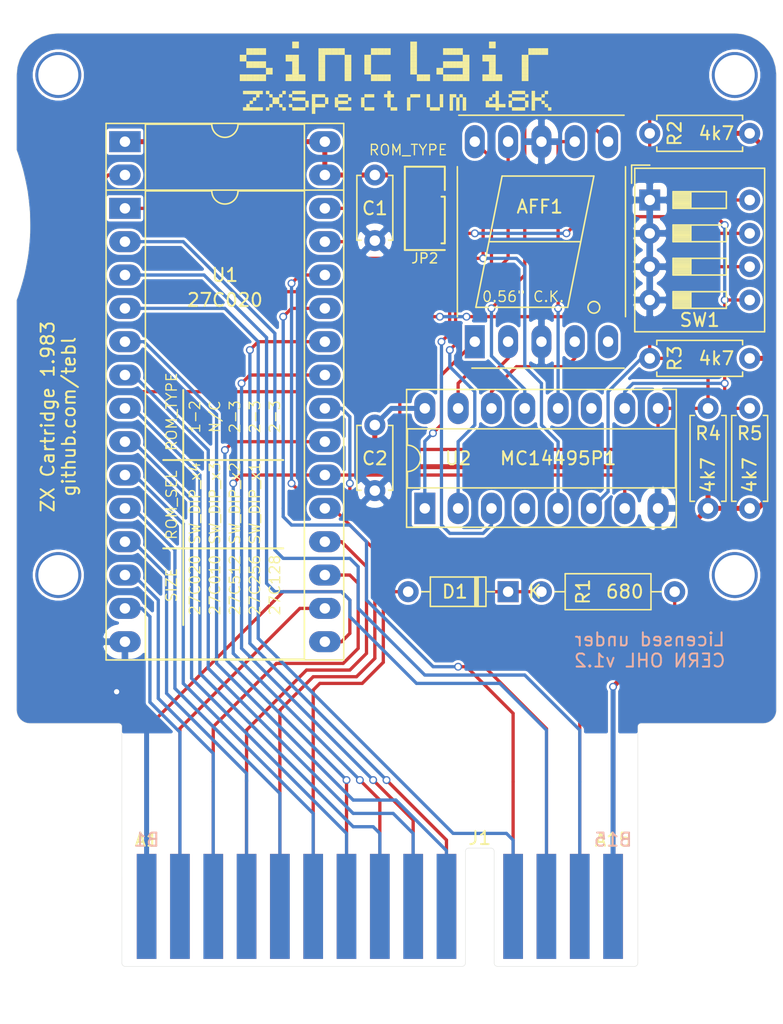
<source format=kicad_pcb>
(kicad_pcb (version 20171130) (host pcbnew "(5.1.8)-1")
  (layers (0 F.Cu signal) (31 B.Cu signal) (34 B.Paste user) (35 F.Paste user) (36 B.SilkS user) (37 F.SilkS user) (38 B.Mask user) (39 F.Mask user) (44 Edge.Cuts user))
  (net 0 "")
  (net 1 /A12)
  (net 2 /A7)
  (net 3 /A6)
  (net 4 /A5)
  (net 5 /A4)
  (net 6 /A3)
  (net 7 /A10)
  (net 8 /A2)
  (net 9 /A1)
  (net 10 /A11)
  (net 11 /A0)
  (net 12 /A9)
  (net 13 /A8)
  (net 14 GND)
  (net 15 VCC)
  (net 16 /D7)
  (net 17 /D6)
  (net 18 /D5)
  (net 19 /D4)
  (net 20 /D3)
  (net 21 /D2)
  (net 22 /D1)
  (net 23 /D0)
  (net 24 /A13)
  (net 25 /~MREQ)
  (net 26 /BA17)
  (net 27 "Net-(AFF1-Pad10)")
  (net 28 "Net-(AFF1-Pad9)")
  (net 29 "Net-(AFF1-Pad7)")
  (net 30 "Net-(AFF1-Pad6)")
  (net 31 "Net-(AFF1-Pad4)")
  (net 32 "Net-(AFF1-Pad2)")
  (net 33 "Net-(AFF1-Pad1)")
  (net 34 /~ROM_OE)
  (net 35 /A14)
  (net 36 /A15)
  (net 37 "Net-(JP2-Pad1)")
  (net 38 /BA14)
  (net 39 /BA15)
  (net 40 /BA16)
  (module 27c020:DIP-32_W15.24mm_Socket_LongPads (layer F.Cu) (at 128.524 67.31)
    (fp_text reference U1 (at 7.62 10.16) (layer F.SilkS))
    (fp_text value 27C020 (at 7.62 12.065) (layer F.SilkS))
    (pad 1 thru_hole rect (at 0 0) (size 2.4 1.6) (drill 0.8) (layers *.Cu *.Mask) (net 15 VCC))
    (pad 17 thru_hole oval (at 15.24 38.1) (size 2.4 1.6) (drill 0.8) (layers *.Cu *.Mask) (net 20 /D3))
    (pad 2 thru_hole oval (at 0 2.54) (size 2.4 1.6) (drill 0.8) (layers *.Cu *.Mask) (net 40 /BA16))
    (pad 18 thru_hole oval (at 15.24 35.56) (size 2.4 1.6) (drill 0.8) (layers *.Cu *.Mask) (net 19 /D4))
    (pad 3 thru_hole rect (at 0 5.08) (size 2.4 1.6) (drill 0.8) (layers *.Cu *.Mask) (net 39 /BA15))
    (pad 19 thru_hole oval (at 15.24 33.02) (size 2.4 1.6) (drill 0.8) (layers *.Cu *.Mask) (net 18 /D5))
    (pad 4 thru_hole oval (at 0 7.62) (size 2.4 1.6) (drill 0.8) (layers *.Cu *.Mask) (net 1 /A12))
    (pad 20 thru_hole oval (at 15.24 30.48) (size 2.4 1.6) (drill 0.8) (layers *.Cu *.Mask) (net 17 /D6))
    (pad 5 thru_hole oval (at 0 10.16) (size 2.4 1.6) (drill 0.8) (layers *.Cu *.Mask) (net 2 /A7))
    (pad 21 thru_hole oval (at 15.24 27.94) (size 2.4 1.6) (drill 0.8) (layers *.Cu *.Mask) (net 16 /D7))
    (pad 6 thru_hole oval (at 0 12.7) (size 2.4 1.6) (drill 0.8) (layers *.Cu *.Mask) (net 3 /A6))
    (pad 22 thru_hole oval (at 15.24 25.4) (size 2.4 1.6) (drill 0.8) (layers *.Cu *.Mask) (net 25 /~MREQ))
    (pad 7 thru_hole oval (at 0 15.24) (size 2.4 1.6) (drill 0.8) (layers *.Cu *.Mask) (net 4 /A5))
    (pad 23 thru_hole oval (at 15.24 22.86) (size 2.4 1.6) (drill 0.8) (layers *.Cu *.Mask) (net 7 /A10))
    (pad 8 thru_hole oval (at 0 17.78) (size 2.4 1.6) (drill 0.8) (layers *.Cu *.Mask) (net 5 /A4))
    (pad 24 thru_hole oval (at 15.24 20.32) (size 2.4 1.6) (drill 0.8) (layers *.Cu *.Mask) (net 34 /~ROM_OE))
    (pad 9 thru_hole oval (at 0 20.32) (size 2.4 1.6) (drill 0.8) (layers *.Cu *.Mask) (net 6 /A3))
    (pad 25 thru_hole oval (at 15.24 17.78) (size 2.4 1.6) (drill 0.8) (layers *.Cu *.Mask) (net 10 /A11))
    (pad 10 thru_hole oval (at 0 22.86) (size 2.4 1.6) (drill 0.8) (layers *.Cu *.Mask) (net 8 /A2))
    (pad 26 thru_hole oval (at 15.24 15.24) (size 2.4 1.6) (drill 0.8) (layers *.Cu *.Mask) (net 12 /A9))
    (pad 11 thru_hole oval (at 0 25.4) (size 2.4 1.6) (drill 0.8) (layers *.Cu *.Mask) (net 9 /A1))
    (pad 27 thru_hole oval (at 15.24 12.7) (size 2.4 1.6) (drill 0.8) (layers *.Cu *.Mask) (net 13 /A8))
    (pad 12 thru_hole oval (at 0 27.94) (size 2.4 1.6) (drill 0.8) (layers *.Cu *.Mask) (net 11 /A0))
    (pad 28 thru_hole oval (at 15.24 10.16) (size 2.4 1.6) (drill 0.8) (layers *.Cu *.Mask) (net 24 /A13))
    (pad 13 thru_hole oval (at 0 30.48) (size 2.4 1.6) (drill 0.8) (layers *.Cu *.Mask) (net 23 /D0))
    (pad 29 thru_hole oval (at 15.24 7.62) (size 2.4 1.6) (drill 0.8) (layers *.Cu *.Mask) (net 38 /BA14))
    (pad 14 thru_hole oval (at 0 33.02) (size 2.4 1.6) (drill 0.8) (layers *.Cu *.Mask) (net 22 /D1))
    (pad 30 thru_hole oval (at 15.24 5.08) (size 2.4 1.6) (drill 0.8) (layers *.Cu *.Mask) (net 26 /BA17))
    (pad 15 thru_hole oval (at 0 35.56) (size 2.4 1.6) (drill 0.8) (layers *.Cu *.Mask) (net 21 /D2))
    (pad 31 thru_hole oval (at 15.24 2.54) (size 2.4 1.6) (drill 0.8) (layers *.Cu *.Mask) (net 15 VCC))
    (pad 16 thru_hole oval (at 0 38.1) (size 2.4 1.6) (drill 0.8) (layers *.Cu *.Mask) (net 14 GND))
    (pad 32 thru_hole oval (at 15.24 0) (size 2.4 1.6) (drill 0.8) (layers *.Cu *.Mask) (net 15 VCC))
  )
  (module Capacitor_THT:C_Disc_D4.7mm_W2.5mm_P5.00mm (layer F.Cu) (at 147.574 88.9 270)
    (fp_text reference C2 (at 2.54 0 180) (layer F.SilkS))
    (fp_text value 100nF)
    (pad 1 thru_hole circle (at 0 0 270) (size 1.6 1.6) (drill 0.8) (layers *.Cu *.Mask) (net 15 VCC))
    (pad 2 thru_hole circle (at 5 0 270) (size 1.6 1.6) (drill 0.8) (layers *.Cu *.Mask) (net 14 GND))
  )
  (module Package_DIP:DIP-16_W7.62mm_Socket_LongPads (layer F.Cu) (at 151.384 95.25 90)
    (fp_text reference U2 (at 3.81 2.54 180) (layer F.SilkS))
    (fp_text value MC14495P1 (at 3.81 10.16 180) (layer F.SilkS))
    (pad 1 thru_hole rect (at 0 0 90) (size 2.4 1.6) (drill 0.8) (layers *.Cu *.Mask) (net 33 "Net-(AFF1-Pad1)"))
    (pad 9 thru_hole oval (at 7.62 17.78 90) (size 2.4 1.6) (drill 0.8) (layers *.Cu *.Mask) (net 40 /BA16))
    (pad 2 thru_hole oval (at 0 2.54 90) (size 2.4 1.6) (drill 0.8) (layers *.Cu *.Mask) (net 28 "Net-(AFF1-Pad9)"))
    (pad 10 thru_hole oval (at 7.62 15.24 90) (size 2.4 1.6) (drill 0.8) (layers *.Cu *.Mask) (net 37 "Net-(JP2-Pad1)"))
    (pad 3 thru_hole oval (at 0 5.08 90) (size 2.4 1.6) (drill 0.8) (layers *.Cu *.Mask) (net 27 "Net-(AFF1-Pad10)"))
    (pad 11 thru_hole oval (at 7.62 12.7 90) (size 2.4 1.6) (drill 0.8) (layers *.Cu *.Mask))
    (pad 4 thru_hole oval (at 0 7.62 90) (size 2.4 1.6) (drill 0.8) (layers *.Cu *.Mask))
    (pad 12 thru_hole oval (at 7.62 10.16 90) (size 2.4 1.6) (drill 0.8) (layers *.Cu *.Mask) (net 29 "Net-(AFF1-Pad7)"))
    (pad 5 thru_hole oval (at 0 10.16 90) (size 2.4 1.6) (drill 0.8) (layers *.Cu *.Mask) (net 38 /BA14))
    (pad 13 thru_hole oval (at 7.62 7.62 90) (size 2.4 1.6) (drill 0.8) (layers *.Cu *.Mask) (net 30 "Net-(AFF1-Pad6)"))
    (pad 6 thru_hole oval (at 0 12.7 90) (size 2.4 1.6) (drill 0.8) (layers *.Cu *.Mask) (net 39 /BA15))
    (pad 14 thru_hole oval (at 7.62 5.08 90) (size 2.4 1.6) (drill 0.8) (layers *.Cu *.Mask) (net 31 "Net-(AFF1-Pad4)"))
    (pad 7 thru_hole oval (at 0 15.24 90) (size 2.4 1.6) (drill 0.8) (layers *.Cu *.Mask) (net 25 /~MREQ))
    (pad 15 thru_hole oval (at 7.62 2.54 90) (size 2.4 1.6) (drill 0.8) (layers *.Cu *.Mask) (net 32 "Net-(AFF1-Pad2)"))
    (pad 8 thru_hole oval (at 0 17.78 90) (size 2.4 1.6) (drill 0.8) (layers *.Cu *.Mask) (net 14 GND))
    (pad 16 thru_hole oval (at 7.62 0 90) (size 2.4 1.6) (drill 0.8) (layers *.Cu *.Mask) (net 15 VCC))
  )
  (module artwork:sinclair_title (layer F.Cu) (at 136.779 59.69)
    (fp_text reference sinclair_title hide)
    (fp_text value "" (at 0 0) (layer F.SilkS) (effects (font (size 1.27 1.27))))
  )
  (module Capacitor_THT:C_Disc_D4.7mm_W2.5mm_P5.00mm (layer F.Cu) (at 147.574 69.85 270)
    (fp_text reference C1 (at 2.54 0 180) (layer F.SilkS))
    (fp_text value 100nF)
    (pad 1 thru_hole circle (at 0 0 270) (size 1.6 1.6) (drill 0.8) (layers *.Cu *.Mask) (net 15 VCC))
    (pad 2 thru_hole circle (at 5 0 270) (size 1.6 1.6) (drill 0.8) (layers *.Cu *.Mask) (net 14 GND))
  )
  (module mounting:M3_pin (layer F.Cu) (at 123.444 100.33)
    (fp_text reference M1 hide)
    (fp_text value Mounting hide)
    (pad 1 thru_hole circle (at 0 0) (size 3.5 3.5) (drill 3.048) (layers *.Cu *.Mask))
  )
  (module mounting:M3_pin (layer F.Cu) (at 175.011 100.33)
    (fp_text reference M2 hide)
    (fp_text value Mounting hide)
    (pad 1 thru_hole circle (at 0 0) (size 3.5 3.5) (drill 3.048) (layers *.Cu *.Mask))
  )
  (module mounting:M3_pin (layer F.Cu) (at 175.011 62.23)
    (fp_text reference M3 hide)
    (fp_text value Mounting hide)
    (pad 1 thru_hole circle (at 0 0) (size 3.5 3.5) (drill 3.048) (layers *.Cu *.Mask))
  )
  (module mounting:M3_pin (layer F.Cu) (at 123.444 62.23)
    (fp_text reference M4 hide)
    (fp_text value Mounting hide)
    (pad 1 thru_hole circle (at 0 0) (size 3.5 3.5) (drill 3.048) (layers *.Cu *.Mask))
  )
  (module solder_bridge:select (layer F.Cu) (at 151.384 74.295 180)
    (fp_text reference JP2 hide)
    (fp_text value ROM_TYPE (at 1.27 6.35 180) (layer F.SilkS) (effects (font (size 0.8 0.8) (thickness 0.1))))
    (fp_text user %R (at 0 -1.905) (layer F.SilkS) (effects (font (size 0.76 0.76) (thickness 0.114))))
    (pad 3 smd oval (at 0 3.81 180) (size 2 1.5) (layers F.Cu F.Paste F.Mask) (net 15 VCC))
    (pad 2 smd oval (at 0 1.905 180) (size 2 1.5) (layers F.Cu F.Paste F.Mask) (net 26 /BA17))
    (pad 1 smd rect (at 0 0 180) (size 2 1.5) (layers F.Cu F.Paste F.Mask) (net 37 "Net-(JP2-Pad1)"))
  )
  (module zx_spectrum:ZX_Spectrum_Cartridge_Original (layer F.Cu) (at 158.115 125.578)
    (fp_text reference J1 (at -2.54 -5.207) (layer F.SilkS))
    (fp_text value Cartridge hide)
    (fp_text user A15 (at 7.62 -5.08) (layer F.SilkS))
    (fp_text user A1 (at -27.94 -5.08) (layer F.SilkS))
    (fp_text user B1 (at -27.94 -5.08) (layer B.SilkS) (effects (justify mirror)))
    (fp_text user B15 (at 7.62 -5.08) (layer B.SilkS) (effects (justify mirror)))
    (pad B1 connect rect (at -27.94 0) (size 1.5 8) (layers B.Cu B.Mask) (net 14 GND))
    (pad A1 connect rect (at -27.94 0) (size 1.5 8) (layers F.Cu B.Mask) (net 20 /D3))
    (pad A2 connect rect (at -25.4 0) (size 1.5 8) (layers F.Cu B.Mask) (net 19 /D4))
    (pad A3 connect rect (at -22.86 0) (size 1.5 8) (layers F.Cu B.Mask) (net 18 /D5))
    (pad A4 connect rect (at -20.32 0) (size 1.5 8) (layers F.Cu B.Mask) (net 17 /D6))
    (pad A5 connect rect (at -17.78 0) (size 1.5 8) (layers F.Cu B.Mask) (net 16 /D7))
    (pad A6 connect rect (at -15.24 0) (size 1.5 8) (layers F.Cu B.Mask) (net 35 /A14))
    (pad A7 connect rect (at -12.7 0) (size 1.5 8) (layers F.Cu B.Mask) (net 7 /A10))
    (pad A8 connect rect (at -10.16 0) (size 1.5 8) (layers F.Cu B.Mask) (net 25 /~MREQ))
    (pad A9 connect rect (at -7.62 0) (size 1.5 8) (layers F.Cu B.Mask) (net 10 /A11))
    (pad A10 connect rect (at -5.08 0) (size 1.5 8) (layers F.Cu B.Mask) (net 12 /A9))
    (pad A12 connect rect (at 0 0) (size 1.5 8) (layers F.Cu B.Mask) (net 13 /A8))
    (pad A13 connect rect (at 2.54 0) (size 1.5 8) (layers F.Cu B.Mask) (net 24 /A13))
    (pad A14 connect rect (at 5.08 0) (size 1.5 8) (layers F.Cu B.Mask) (net 36 /A15))
    (pad A15 connect rect (at 7.62 0) (size 1.5 8) (layers F.Cu B.Mask) (net 15 VCC))
    (pad B2 connect rect (at -25.4 0) (size 1.5 8) (layers B.Cu B.Mask) (net 21 /D2))
    (pad B3 connect rect (at -22.86 0) (size 1.5 8) (layers B.Cu B.Mask) (net 22 /D1))
    (pad B4 connect rect (at -20.32 0) (size 1.5 8) (layers B.Cu B.Mask) (net 23 /D0))
    (pad B5 connect rect (at -17.78 0) (size 1.5 8) (layers B.Cu B.Mask) (net 11 /A0))
    (pad B6 connect rect (at -15.24 0) (size 1.5 8) (layers B.Cu B.Mask) (net 9 /A1))
    (pad B7 connect rect (at -12.7 0) (size 1.5 8) (layers B.Cu B.Mask) (net 8 /A2))
    (pad B8 connect rect (at -10.16 0) (size 1.5 8) (layers B.Cu B.Mask) (net 6 /A3))
    (pad B9 connect rect (at -7.62 0) (size 1.5 8) (layers B.Cu B.Mask) (net 5 /A4))
    (pad B10 connect rect (at -5.08 0) (size 1.5 8) (layers B.Cu B.Mask) (net 4 /A5))
    (pad B12 connect rect (at 0 0) (size 1.5 8) (layers B.Cu B.Mask) (net 3 /A6))
    (pad B13 connect rect (at 2.54 0) (size 1.5 8) (layers B.Cu B.Mask) (net 2 /A7))
    (pad B14 connect rect (at 5.08 0) (size 1.5 8) (layers B.Cu B.Mask) (net 1 /A12))
    (pad B15 connect rect (at 7.62 0) (size 1.5 8) (layers B.Cu B.Mask) (net 15 VCC))
  )
  (module Display_7Segment:7SegmentLED_LTS6760_LTS6780 (layer F.Cu) (at 155.194 82.55 90)
    (fp_text reference AFF1 (at 10.287 4.953 180) (layer F.SilkS))
    (fp_text value "0.56\" C.K." (at 3.429 3.683 180) (layer F.SilkS) (effects (font (size 0.8 0.8) (thickness 0.1))))
    (pad 10 thru_hole oval (at 15.24 0) (size 1.524 2.524) (drill 0.8) (layers *.Cu *.Mask) (net 27 "Net-(AFF1-Pad10)"))
    (pad 9 thru_hole oval (at 15.24 2.54) (size 1.524 2.524) (drill 0.8) (layers *.Cu *.Mask) (net 28 "Net-(AFF1-Pad9)"))
    (pad 8 thru_hole oval (at 15.24 5.08) (size 1.524 2.524) (drill 0.8) (layers *.Cu *.Mask) (net 14 GND))
    (pad 7 thru_hole oval (at 15.24 7.62) (size 1.524 2.524) (drill 0.8) (layers *.Cu *.Mask) (net 29 "Net-(AFF1-Pad7)"))
    (pad 6 thru_hole oval (at 15.24 10.16) (size 1.524 2.524) (drill 0.8) (layers *.Cu *.Mask) (net 30 "Net-(AFF1-Pad6)"))
    (pad 5 thru_hole oval (at 0 10.16) (size 1.524 2.524) (drill 0.8) (layers *.Cu *.Mask))
    (pad 4 thru_hole oval (at 0 7.62) (size 1.524 2.524) (drill 0.8) (layers *.Cu *.Mask) (net 31 "Net-(AFF1-Pad4)"))
    (pad 3 thru_hole oval (at 0 5.08) (size 1.524 2.524) (drill 0.8) (layers *.Cu *.Mask) (net 14 GND))
    (pad 2 thru_hole oval (at 0 2.54) (size 1.524 2.524) (drill 0.8) (layers *.Cu *.Mask) (net 32 "Net-(AFF1-Pad2)"))
    (pad 1 thru_hole rect (at 0 0) (size 1.524 2.524) (drill 0.8) (layers *.Cu *.Mask) (net 33 "Net-(AFF1-Pad1)"))
  )
  (module Diode_THT:D_DO-35_SOD27_P7.62mm_Horizontal (layer F.Cu) (at 157.734 101.6 180)
    (fp_text reference D1 (at 4.064 0) (layer F.SilkS))
    (fp_text value 1N4148)
    (fp_text user K (at -2.032 0) (layer F.SilkS))
    (pad 1 thru_hole rect (at 0 0 180) (size 1.6 1.6) (drill 0.8) (layers *.Cu *.Mask) (net 34 /~ROM_OE))
    (pad 2 thru_hole oval (at 7.62 0 180) (size 1.6 1.6) (drill 0.8) (layers *.Cu *.Mask) (net 35 /A14))
  )
  (module Resistor_THT:R_Axial_DIN0207_L6.3mm_D2.5mm_P10.16mm_Horizontal (layer F.Cu) (at 170.434 101.6 180)
    (fp_text reference R1 (at 6.985 0 90) (layer F.SilkS))
    (fp_text value 680 (at 3.81 0) (layer F.SilkS))
    (pad 1 thru_hole circle (at 0 0 180) (size 1.6 1.6) (drill 0.8) (layers *.Cu *.Mask) (net 36 /A15))
    (pad 2 thru_hole oval (at 10.16 0 180) (size 1.6 1.6) (drill 0.8) (layers *.Cu *.Mask) (net 34 /~ROM_OE))
  )
  (module Button_Switch_THT:SW_DIP_SPSTx04_Slide_9.78x12.34mm_W7.62mm_P2.54mm (layer F.Cu) (at 168.529 71.755)
    (fp_text reference SW1 (at 3.81 9.144) (layer F.SilkS))
    (fp_text value ROM_SEL)
    (pad 1 thru_hole rect (at 0 0) (size 1.6 1.6) (drill 0.8) (layers *.Cu *.Mask) (net 14 GND))
    (pad 5 thru_hole oval (at 7.62 7.62) (size 1.6 1.6) (drill 0.8) (layers *.Cu *.Mask) (net 37 "Net-(JP2-Pad1)"))
    (pad 2 thru_hole oval (at 0 2.54) (size 1.6 1.6) (drill 0.8) (layers *.Cu *.Mask) (net 14 GND))
    (pad 6 thru_hole oval (at 7.62 5.08) (size 1.6 1.6) (drill 0.8) (layers *.Cu *.Mask) (net 40 /BA16))
    (pad 3 thru_hole oval (at 0 5.08) (size 1.6 1.6) (drill 0.8) (layers *.Cu *.Mask) (net 14 GND))
    (pad 7 thru_hole oval (at 7.62 2.54) (size 1.6 1.6) (drill 0.8) (layers *.Cu *.Mask) (net 39 /BA15))
    (pad 4 thru_hole oval (at 0 7.62) (size 1.6 1.6) (drill 0.8) (layers *.Cu *.Mask) (net 14 GND))
    (pad 8 thru_hole oval (at 7.62 0) (size 1.6 1.6) (drill 0.8) (layers *.Cu *.Mask) (net 38 /BA14))
  )
  (module Resistor_THT:R_Axial_DIN0207_L6.3mm_D2.5mm_P7.62mm_Horizontal (layer F.Cu) (at 172.974 95.25 90)
    (fp_text reference R4 (at 5.715 0) (layer F.SilkS))
    (fp_text value 4k7 (at 2.54 0 90) (layer F.SilkS))
    (pad 1 thru_hole circle (at 0 0 90) (size 1.6 1.6) (drill 0.8) (layers *.Cu *.Mask) (net 15 VCC))
    (pad 2 thru_hole oval (at 7.62 0 90) (size 1.6 1.6) (drill 0.8) (layers *.Cu *.Mask) (net 40 /BA16))
  )
  (module Resistor_THT:R_Axial_DIN0207_L6.3mm_D2.5mm_P7.62mm_Horizontal (layer F.Cu) (at 176.149 66.675 180)
    (fp_text reference R2 (at 5.715 0 270) (layer F.SilkS))
    (fp_text value 4k7 (at 2.54 0) (layer F.SilkS))
    (pad 1 thru_hole circle (at 0 0 180) (size 1.6 1.6) (drill 0.8) (layers *.Cu *.Mask) (net 15 VCC))
    (pad 2 thru_hole oval (at 7.62 0 180) (size 1.6 1.6) (drill 0.8) (layers *.Cu *.Mask) (net 38 /BA14))
  )
  (module Resistor_THT:R_Axial_DIN0207_L6.3mm_D2.5mm_P7.62mm_Horizontal (layer F.Cu) (at 176.149 83.82 180)
    (fp_text reference R3 (at 5.715 0 270) (layer F.SilkS))
    (fp_text value 4k7 (at 2.54 0) (layer F.SilkS))
    (pad 2 thru_hole oval (at 7.62 0 180) (size 1.6 1.6) (drill 0.8) (layers *.Cu *.Mask) (net 39 /BA15))
    (pad 1 thru_hole circle (at 0 0 180) (size 1.6 1.6) (drill 0.8) (layers *.Cu *.Mask) (net 15 VCC))
  )
  (module Resistor_THT:R_Axial_DIN0207_L6.3mm_D2.5mm_P7.62mm_Horizontal (layer F.Cu) (at 176.149 95.25 90)
    (fp_text reference R5 (at 5.715 0) (layer F.SilkS))
    (fp_text value 4k7 (at 2.54 0 90) (layer F.SilkS))
    (pad 1 thru_hole circle (at 0 0 90) (size 1.6 1.6) (drill 0.8) (layers *.Cu *.Mask) (net 15 VCC))
    (pad 2 thru_hole oval (at 7.62 0 90) (size 1.6 1.6) (drill 0.8) (layers *.Cu *.Mask) (net 37 "Net-(JP2-Pad1)"))
  )
  (gr_line (start 128.035 111.633) (end 121.285 111.633) (layer Edge.Cuts) (width 0.0254))
  (gr_arc (start 121.285 110.617) (end 121.285 111.633) (angle 90) (layer Edge.Cuts) (width 0.0254))
  (gr_arc (start 128.035 111.887) (end 128.289 111.887) (angle -90) (layer Edge.Cuts) (width 0.0254))
  (gr_arc (start 128.54432 129.896) (end 128.29032 129.896) (angle -90) (layer Edge.Cuts) (width 0.0254))
  (gr_line (start 128.289 111.887) (end 128.29032 129.896) (layer Edge.Cuts) (width 0.0254))
  (gr_text 2-3 (at 139.954 88.265 90) (layer F.SilkS) (effects (font (size 0.8 0.8) (thickness 0.1))))
  (gr_text 2-3 (at 136.906 88.265 90) (layer F.SilkS) (effects (font (size 0.8 0.8) (thickness 0.1))))
  (gr_text 2-3 (at 138.43 88.265 90) (layer F.SilkS) (effects (font (size 0.8 0.8) (thickness 0.1))))
  (gr_text 1-2 (at 133.858 88.265 90) (layer F.SilkS) (effects (font (size 0.8 0.8) (thickness 0.1))))
  (gr_text SW_DIP_x1 (at 138.43 94.869 90) (layer F.SilkS) (effects (font (size 0.8 0.8) (thickness 0.1))))
  (gr_text SW_DIP_x2 (at 136.906 94.869 90) (layer F.SilkS) (effects (font (size 0.8 0.8) (thickness 0.1))))
  (gr_text SW_DIP_x3 (at 135.382 94.869 90) (layer F.SilkS) (effects (font (size 0.8 0.8) (thickness 0.1))))
  (gr_text 27C020 (at 133.858 101.092 90) (layer F.SilkS) (effects (font (size 0.8 0.8) (thickness 0.1))))
  (gr_line (start 140.589 98.298) (end 131.445 98.298) (layer F.SilkS) (width 0.15))
  (gr_line (start 140.589 91.567) (end 131.445 91.567) (layer F.SilkS) (width 0.15))
  (gr_line (start 132.969 104.14) (end 132.969 86.233) (layer F.SilkS) (width 0.15))
  (gr_text SW_DIP_x4 (at 133.858 94.869 90) (layer F.SilkS) (effects (font (size 0.8 0.8) (thickness 0.1))))
  (gr_text ROM_SEL (at 132.08 94.996 90) (layer F.SilkS) (effects (font (size 0.8 0.8) (thickness 0.1))))
  (gr_text 27C010 (at 135.382 101.092 90) (layer F.SilkS) (effects (font (size 0.8 0.8) (thickness 0.1))))
  (gr_arc (start 177.165 110.617) (end 178.181 110.617) (angle 90) (layer Edge.Cuts) (width 0.0254))
  (gr_text "Licensed under\nCERN OHL v1.2" (at 168.529 106.045) (layer B.SilkS) (effects (font (size 1 1)) (justify mirror)))
  (gr_text "ZX Cartridge 1.983\ngithub.com/tebl" (at 123.444 88.265 90) (layer F.SilkS) (effects (font (size 1 1))))
  (gr_line (start 120.269 67.945) (end 120.269 62.23) (layer Edge.Cuts) (width 0.0254))
  (gr_arc (start 105.029001 73.66) (end 120.269 79.374999) (angle -41.11209044) (layer Edge.Cuts) (width 0.0254))
  (gr_text SIZE (at 132.08 101.092 90) (layer F.SilkS) (effects (font (size 0.8 0.8) (thickness 0.1))))
  (gr_text 27C128 (at 139.954 101.092 90) (layer F.SilkS) (effects (font (size 0.8 0.8) (thickness 0.1))))
  (gr_text 27C256 (at 138.43 101.092 90) (layer F.SilkS) (effects (font (size 0.8 0.8) (thickness 0.1))))
  (gr_text 27C512 (at 136.906 101.092 90) (layer F.SilkS) (effects (font (size 0.8 0.8) (thickness 0.1))))
  (gr_text N/C (at 135.382 88.265 90) (layer F.SilkS) (effects (font (size 0.8 0.8) (thickness 0.1))))
  (gr_text ROM_TYPE (at 132.08 87.884 90) (layer F.SilkS) (effects (font (size 0.8 0.8) (thickness 0.1))))
  (gr_line (start 123.444 59.055) (end 175.006 59.055) (layer Edge.Cuts) (width 0.0254))
  (gr_arc (start 175.006 62.23) (end 178.181 62.23) (angle -90) (layer Edge.Cuts) (width 0.0254))
  (gr_arc (start 123.444 62.23) (end 123.444 59.055) (angle -90) (layer Edge.Cuts) (width 0.0254))
  (gr_line (start 156.926 130.15) (end 167.367 130.15) (layer Edge.Cuts) (width 0.0254))
  (gr_line (start 167.621 129.896) (end 167.621 111.887) (layer Edge.Cuts) (width 0.0254))
  (gr_arc (start 167.875 111.887) (end 167.875 111.633) (angle -90) (layer Edge.Cuts) (width 0.0254))
  (gr_arc (start 167.367 129.896) (end 167.367 130.15) (angle -90) (layer Edge.Cuts) (width 0.0254))
  (gr_line (start 167.875 111.633) (end 177.165 111.633) (layer Edge.Cuts) (width 0.0254))
  (gr_line (start 154.224 130.15) (end 128.54432 130.15) (layer Edge.Cuts) (width 0.0254))
  (gr_line (start 156.672 121.387) (end 156.672 129.896) (layer Edge.Cuts) (width 0.0254))
  (gr_line (start 154.732 121.133) (end 156.418 121.133) (layer Edge.Cuts) (width 0.0254))
  (gr_line (start 154.478 129.896) (end 154.478 121.387) (layer Edge.Cuts) (width 0.0254))
  (gr_arc (start 154.224 129.896) (end 154.224 130.15) (angle -90) (layer Edge.Cuts) (width 0.0254))
  (gr_arc (start 154.732 121.387) (end 154.732 121.133) (angle -90) (layer Edge.Cuts) (width 0.0254))
  (gr_arc (start 156.418 121.387) (end 156.672 121.387) (angle -90) (layer Edge.Cuts) (width 0.0254))
  (gr_arc (start 156.926 129.896) (end 156.672 129.896) (angle -90) (layer Edge.Cuts) (width 0.0254))
  (gr_line (start 178.181 62.23) (end 178.181 110.617) (angle 90) (layer Edge.Cuts) (width 0.0254))
  (gr_line (start 120.269 79.374999) (end 120.269 110.617) (angle 90) (layer Edge.Cuts) (width 0.0254))
  (segment (start 128.524 74.93) (end 132.969 74.93) (width 0.25) (layer B.Cu) (net 1))
  (segment (start 139.954 98.425) (end 140.589 99.06) (width 0.25) (layer B.Cu) (net 1))
  (segment (start 132.969 74.93) (end 139.954 81.915) (width 0.25) (layer B.Cu) (net 1))
  (segment (start 139.954 81.915) (end 139.954 98.425) (width 0.25) (layer B.Cu) (net 1))
  (segment (start 140.589 99.06) (end 145.669 99.06) (width 0.25) (layer B.Cu) (net 1))
  (segment (start 163.195 112.141) (end 163.195 116.078) (width 0.25) (layer B.Cu) (net 1))
  (segment (start 145.669 99.06) (end 146.304 99.695) (width 0.25) (layer B.Cu) (net 1))
  (segment (start 146.304 99.695) (end 146.304 102.87) (width 0.25) (layer B.Cu) (net 1))
  (segment (start 146.304 102.87) (end 151.384 107.95) (width 0.25) (layer B.Cu) (net 1))
  (segment (start 151.384 107.95) (end 159.004 107.95) (width 0.25) (layer B.Cu) (net 1))
  (segment (start 159.004 107.95) (end 163.195 112.141) (width 0.25) (layer B.Cu) (net 1))
  (segment (start 163.195 116.078) (end 163.195 125.578) (width 0.25) (layer B.Cu) (net 1))
  (segment (start 128.524 77.47) (end 134.555795 77.47) (width 0.25) (layer B.Cu) (net 2))
  (segment (start 139.319 82.233205) (end 139.319 100.965) (width 0.25) (layer B.Cu) (net 2))
  (segment (start 134.555795 77.47) (end 139.319 82.233205) (width 0.25) (layer B.Cu) (net 2))
  (segment (start 139.319 100.965) (end 139.954 101.6) (width 0.25) (layer B.Cu) (net 2))
  (segment (start 160.655 112.141) (end 160.655 116.078) (width 0.25) (layer B.Cu) (net 2))
  (segment (start 139.954 101.6) (end 145.034 101.6) (width 0.25) (layer B.Cu) (net 2))
  (segment (start 157.099 108.585) (end 160.655 112.141) (width 0.25) (layer B.Cu) (net 2))
  (segment (start 145.034 101.6) (end 145.669 102.235) (width 0.25) (layer B.Cu) (net 2))
  (segment (start 145.669 102.235) (end 145.669 103.505) (width 0.25) (layer B.Cu) (net 2))
  (segment (start 145.669 103.505) (end 150.749 108.585) (width 0.25) (layer B.Cu) (net 2))
  (segment (start 160.655 116.078) (end 160.655 125.578) (width 0.25) (layer B.Cu) (net 2))
  (segment (start 150.749 108.585) (end 157.099 108.585) (width 0.25) (layer B.Cu) (net 2))
  (segment (start 158.115 120.523) (end 158.115 125.578) (width 0.25) (layer B.Cu) (net 3))
  (segment (start 128.524 80.01) (end 136.14118 80.01) (width 0.25) (layer B.Cu) (net 3))
  (segment (start 138.684 82.55282) (end 138.684 105.156) (width 0.25) (layer B.Cu) (net 3))
  (segment (start 136.14118 80.01) (end 138.684 82.55282) (width 0.25) (layer B.Cu) (net 3))
  (segment (start 157.607 120.015) (end 158.115 120.523) (width 0.25) (layer B.Cu) (net 3))
  (segment (start 138.684 105.156) (end 153.543 120.015) (width 0.25) (layer B.Cu) (net 3))
  (segment (start 153.543 120.015) (end 157.607 120.015) (width 0.25) (layer B.Cu) (net 3))
  (segment (start 135.509 107.061) (end 145.923 117.475) (width 0.25) (layer B.Cu) (net 4))
  (segment (start 135.509 88.085) (end 135.509 107.061) (width 0.25) (layer B.Cu) (net 4))
  (segment (start 128.524 82.55) (end 129.974 82.55) (width 0.25) (layer B.Cu) (net 4))
  (segment (start 129.974 82.55) (end 135.509 88.085) (width 0.25) (layer B.Cu) (net 4))
  (segment (start 145.923 117.475) (end 149.182 117.475) (width 0.25) (layer B.Cu) (net 4))
  (segment (start 149.182 117.475) (end 153.035 121.328) (width 0.25) (layer B.Cu) (net 4))
  (segment (start 153.035 121.328) (end 153.035 125.578) (width 0.25) (layer B.Cu) (net 4))
  (segment (start 150.495 120.015) (end 150.495 125.578) (width 0.25) (layer B.Cu) (net 5))
  (segment (start 148.971 118.491) (end 150.495 120.015) (width 0.25) (layer B.Cu) (net 5))
  (segment (start 134.874 107.442) (end 145.923 118.491) (width 0.25) (layer B.Cu) (net 5))
  (segment (start 145.923 118.491) (end 148.971 118.491) (width 0.25) (layer B.Cu) (net 5))
  (segment (start 129.159 85.09) (end 134.874 90.805) (width 0.25) (layer B.Cu) (net 5))
  (segment (start 134.874 90.805) (end 134.874 107.442) (width 0.25) (layer B.Cu) (net 5))
  (segment (start 128.524 85.09) (end 129.159 85.09) (width 0.25) (layer B.Cu) (net 5))
  (segment (start 134.239 107.823) (end 135.255 108.839) (width 0.25) (layer B.Cu) (net 6))
  (segment (start 134.239 92.71) (end 134.239 107.823) (width 0.25) (layer B.Cu) (net 6))
  (segment (start 129.159 87.63) (end 134.239 92.71) (width 0.25) (layer B.Cu) (net 6))
  (segment (start 128.524 87.63) (end 129.159 87.63) (width 0.25) (layer B.Cu) (net 6))
  (segment (start 145.923 119.507) (end 147.447 119.507) (width 0.25) (layer B.Cu) (net 6))
  (segment (start 147.447 119.507) (end 147.955 120.015) (width 0.25) (layer B.Cu) (net 6))
  (segment (start 135.255 108.839) (end 145.923 119.507) (width 0.25) (layer B.Cu) (net 6))
  (segment (start 147.955 120.015) (end 147.955 125.578) (width 0.25) (layer B.Cu) (net 6))
  (via (at 136.144 90.805) (size 0.6) (drill 0.4) (layers F.Cu B.Cu) (net 7))
  (segment (start 136.144 90.805) (end 136.779 90.17) (width 0.25) (layer F.Cu) (net 7))
  (segment (start 136.779 90.17) (end 143.764 90.17) (width 0.25) (layer F.Cu) (net 7))
  (segment (start 136.779 107.315) (end 136.144 106.68) (width 0.25) (layer B.Cu) (net 7))
  (segment (start 136.144 106.68) (end 136.144 90.805) (width 0.25) (layer B.Cu) (net 7))
  (segment (start 145.415 116.078) (end 145.415 125.578) (width 0.25) (layer F.Cu) (net 7))
  (via (at 145.415 115.951) (size 0.6) (drill 0.4) (layers F.Cu B.Cu) (net 7))
  (segment (start 136.779 107.315) (end 145.415 115.951) (width 0.25) (layer B.Cu) (net 7))
  (segment (start 145.415 116.078) (end 145.415 115.951) (width 0.25) (layer F.Cu) (net 7))
  (segment (start 145.415 120.015) (end 145.415 125.578) (width 0.25) (layer B.Cu) (net 8))
  (segment (start 133.604 108.204) (end 145.415 120.015) (width 0.25) (layer B.Cu) (net 8))
  (segment (start 133.604 94.615) (end 133.604 108.204) (width 0.25) (layer B.Cu) (net 8))
  (segment (start 129.159 90.17) (end 133.604 94.615) (width 0.25) (layer B.Cu) (net 8))
  (segment (start 128.524 90.17) (end 129.159 90.17) (width 0.25) (layer B.Cu) (net 8))
  (segment (start 142.875 118.491) (end 142.875 125.578) (width 0.25) (layer B.Cu) (net 9))
  (segment (start 132.969 108.585) (end 142.875 118.491) (width 0.25) (layer B.Cu) (net 9))
  (segment (start 132.969 96.43) (end 132.969 108.585) (width 0.25) (layer B.Cu) (net 9))
  (segment (start 129.249 92.71) (end 132.969 96.43) (width 0.25) (layer B.Cu) (net 9))
  (segment (start 128.524 92.71) (end 129.249 92.71) (width 0.25) (layer B.Cu) (net 9))
  (via (at 137.414 85.725) (size 0.6) (drill 0.4) (layers F.Cu B.Cu) (net 10))
  (segment (start 143.764 85.09) (end 138.049 85.09) (width 0.25) (layer F.Cu) (net 10))
  (segment (start 138.049 85.09) (end 137.414 85.725) (width 0.25) (layer F.Cu) (net 10))
  (via (at 147.447022 115.951) (size 0.6) (drill 0.4) (layers F.Cu B.Cu) (net 10))
  (segment (start 137.414 105.917978) (end 147.447022 115.951) (width 0.25) (layer B.Cu) (net 10))
  (segment (start 137.414 85.725) (end 137.414 105.917978) (width 0.25) (layer B.Cu) (net 10))
  (segment (start 150.495 125.578) (end 150.495 118.998978) (width 0.25) (layer F.Cu) (net 10))
  (segment (start 150.495 118.998978) (end 147.447022 115.951) (width 0.25) (layer F.Cu) (net 10))
  (segment (start 140.335 116.967) (end 140.335 125.578) (width 0.25) (layer B.Cu) (net 11))
  (segment (start 132.334 108.966) (end 140.335 116.967) (width 0.25) (layer B.Cu) (net 11))
  (segment (start 132.334 98.425) (end 132.334 108.966) (width 0.25) (layer B.Cu) (net 11))
  (segment (start 129.159 95.25) (end 132.334 98.425) (width 0.25) (layer B.Cu) (net 11))
  (segment (start 128.524 95.25) (end 129.159 95.25) (width 0.25) (layer B.Cu) (net 11))
  (via (at 138.049 83.185) (size 0.6) (drill 0.4) (layers F.Cu B.Cu) (net 12))
  (segment (start 138.049 83.185) (end 138.684 82.55) (width 0.25) (layer F.Cu) (net 12))
  (segment (start 138.684 82.55) (end 143.764 82.55) (width 0.25) (layer F.Cu) (net 12))
  (via (at 148.463008 115.951) (size 0.6) (drill 0.4) (layers F.Cu B.Cu) (net 12))
  (segment (start 153.035 125.578) (end 153.035 120.522992) (width 0.25) (layer F.Cu) (net 12))
  (segment (start 138.049 83.185) (end 138.049 105.536992) (width 0.25) (layer B.Cu) (net 12))
  (segment (start 153.035 120.522992) (end 148.463008 115.951) (width 0.25) (layer F.Cu) (net 12))
  (segment (start 138.049 105.536992) (end 148.463008 115.951) (width 0.25) (layer B.Cu) (net 12))
  (via (at 140.589 80.645) (size 0.6) (drill 0.4) (layers F.Cu B.Cu) (net 13))
  (segment (start 141.224 80.01) (end 140.589 80.645) (width 0.25) (layer F.Cu) (net 13))
  (segment (start 143.764 80.01) (end 141.224 80.01) (width 0.25) (layer F.Cu) (net 13))
  (segment (start 158.115 116.078) (end 158.115 110.871) (width 0.25) (layer F.Cu) (net 13))
  (segment (start 140.589 80.645) (end 140.589 95.25) (width 0.25) (layer B.Cu) (net 13))
  (segment (start 140.589 95.25) (end 140.589 95.885) (width 0.25) (layer B.Cu) (net 13))
  (segment (start 140.589 95.885) (end 141.224 96.52) (width 0.25) (layer B.Cu) (net 13))
  (segment (start 141.224 96.52) (end 145.669 96.52) (width 0.25) (layer B.Cu) (net 13))
  (segment (start 145.669 96.52) (end 146.939 97.79) (width 0.25) (layer B.Cu) (net 13))
  (segment (start 146.939 97.79) (end 146.939 102.235) (width 0.25) (layer B.Cu) (net 13))
  (via (at 153.924 107.315) (size 0.6) (drill 0.4) (layers F.Cu B.Cu) (net 13))
  (segment (start 152.019 107.315) (end 153.924 107.315) (width 0.25) (layer B.Cu) (net 13))
  (segment (start 146.939 102.235) (end 152.019 107.315) (width 0.25) (layer B.Cu) (net 13))
  (segment (start 153.924 107.315) (end 154.559 107.315) (width 0.25) (layer F.Cu) (net 13))
  (segment (start 158.115 110.871) (end 154.559 107.315) (width 0.25) (layer F.Cu) (net 13))
  (segment (start 158.115 116.078) (end 158.115 125.578) (width 0.25) (layer F.Cu) (net 13))
  (via (at 127.889 109.22) (size 0.6) (drill 0.4) (layers F.Cu B.Cu) (net 14))
  (segment (start 130.175 111.506) (end 127.889 109.22) (width 0.381) (layer B.Cu) (net 14))
  (segment (start 130.175 116.078) (end 130.175 111.506) (width 0.381) (layer B.Cu) (net 14))
  (segment (start 130.175 116.078) (end 130.175 125.578) (width 0.381) (layer B.Cu) (net 14))
  (segment (start 128.524 67.31) (end 143.764 67.31) (width 0.381) (layer F.Cu) (net 15))
  (segment (start 143.764 69.85) (end 143.764 67.31) (width 0.381) (layer F.Cu) (net 15))
  (segment (start 143.764 69.85) (end 147.574 69.85) (width 0.381) (layer F.Cu) (net 15))
  (segment (start 149.479 70.485) (end 148.844 69.85) (width 0.381) (layer F.Cu) (net 15))
  (segment (start 151.384 70.485) (end 149.479 70.485) (width 0.381) (layer F.Cu) (net 15))
  (segment (start 147.574 69.85) (end 148.844 69.85) (width 0.381) (layer F.Cu) (net 15))
  (segment (start 172.974 95.25) (end 176.149 95.25) (width 0.381) (layer F.Cu) (net 15))
  (segment (start 177.77779 94.25621) (end 177.77779 84.81379) (width 0.381) (layer F.Cu) (net 15))
  (segment (start 176.784 95.25) (end 177.77779 94.25621) (width 0.381) (layer F.Cu) (net 15))
  (segment (start 176.149 95.25) (end 176.784 95.25) (width 0.381) (layer F.Cu) (net 15))
  (segment (start 151.384 64.135) (end 151.384 70.485) (width 0.381) (layer F.Cu) (net 15))
  (segment (start 152.654 62.865) (end 151.384 64.135) (width 0.381) (layer F.Cu) (net 15))
  (segment (start 170.434 62.865) (end 152.654 62.865) (width 0.381) (layer F.Cu) (net 15))
  (segment (start 174.244 66.675) (end 170.434 62.865) (width 0.381) (layer F.Cu) (net 15))
  (segment (start 176.149 66.675) (end 174.244 66.675) (width 0.381) (layer F.Cu) (net 15))
  (segment (start 177.77779 68.30379) (end 176.149 66.675) (width 0.381) (layer F.Cu) (net 15))
  (segment (start 177.77779 82.82621) (end 177.77779 68.30379) (width 0.381) (layer F.Cu) (net 15))
  (segment (start 177.77779 82.82621) (end 177.77779 83.54379) (width 0.381) (layer F.Cu) (net 15))
  (segment (start 177.75558 83.82) (end 177.77779 83.79779) (width 0.381) (layer F.Cu) (net 15))
  (segment (start 176.784 83.82) (end 177.75558 83.82) (width 0.381) (layer F.Cu) (net 15))
  (segment (start 177.77779 83.79779) (end 177.77779 84.81379) (width 0.381) (layer F.Cu) (net 15))
  (segment (start 177.77779 83.54379) (end 177.77779 83.79779) (width 0.381) (layer F.Cu) (net 15))
  (segment (start 171.831 106.299) (end 171.831 96.393) (width 0.381) (layer F.Cu) (net 15))
  (segment (start 171.831 96.393) (end 172.974 95.25) (width 0.381) (layer F.Cu) (net 15))
  (segment (start 170.307 107.823) (end 171.831 106.299) (width 0.381) (layer F.Cu) (net 15))
  (segment (start 172.974 92.71) (end 172.974 95.25) (width 0.381) (layer F.Cu) (net 15))
  (segment (start 151.384 92.075) (end 172.339 92.075) (width 0.381) (layer F.Cu) (net 15))
  (segment (start 172.339 92.075) (end 172.974 92.71) (width 0.381) (layer F.Cu) (net 15))
  (segment (start 151.384 92.075) (end 148.209 92.075) (width 0.381) (layer F.Cu) (net 15))
  (segment (start 147.574 91.44) (end 147.574 88.9) (width 0.381) (layer F.Cu) (net 15))
  (segment (start 148.209 92.075) (end 147.574 91.44) (width 0.381) (layer F.Cu) (net 15))
  (segment (start 148.844 87.63) (end 147.574 88.9) (width 0.381) (layer B.Cu) (net 15))
  (segment (start 151.384 87.63) (end 148.844 87.63) (width 0.381) (layer B.Cu) (net 15))
  (segment (start 165.735 116.078) (end 165.735 108.839) (width 0.381) (layer F.Cu) (net 15))
  (segment (start 166.751 107.823) (end 170.307 107.823) (width 0.381) (layer F.Cu) (net 15))
  (segment (start 165.735 108.839) (end 166.751 107.823) (width 0.381) (layer F.Cu) (net 15))
  (via (at 165.735 108.839) (size 0.6) (drill 0.4) (layers F.Cu B.Cu) (net 15))
  (segment (start 165.735 116.078) (end 165.735 108.839) (width 0.381) (layer B.Cu) (net 15))
  (segment (start 165.735 116.078) (end 165.735 125.578) (width 0.381) (layer F.Cu) (net 15))
  (segment (start 165.735 116.078) (end 165.735 125.578) (width 0.381) (layer B.Cu) (net 15))
  (segment (start 144.399 95.25) (end 143.764 95.25) (width 0.25) (layer F.Cu) (net 16))
  (segment (start 147.574 98.425) (end 144.399 95.25) (width 0.25) (layer F.Cu) (net 16))
  (segment (start 147.574 106.68) (end 147.574 98.425) (width 0.25) (layer F.Cu) (net 16))
  (segment (start 146.177 108.077) (end 147.574 106.68) (width 0.25) (layer F.Cu) (net 16))
  (segment (start 142.875 108.077) (end 146.177 108.077) (width 0.25) (layer F.Cu) (net 16))
  (segment (start 140.335 110.617) (end 142.875 108.077) (width 0.25) (layer F.Cu) (net 16))
  (segment (start 140.335 116.078) (end 140.335 110.617) (width 0.25) (layer F.Cu) (net 16))
  (segment (start 140.335 116.078) (end 140.335 125.578) (width 0.25) (layer F.Cu) (net 16))
  (segment (start 145.034 97.79) (end 143.764 97.79) (width 0.25) (layer F.Cu) (net 17))
  (segment (start 146.939 99.695) (end 145.034 97.79) (width 0.25) (layer F.Cu) (net 17))
  (segment (start 146.939 106.299) (end 146.939 99.695) (width 0.25) (layer F.Cu) (net 17))
  (segment (start 145.669 107.569) (end 146.939 106.299) (width 0.25) (layer F.Cu) (net 17))
  (segment (start 142.367 107.569) (end 145.669 107.569) (width 0.25) (layer F.Cu) (net 17))
  (segment (start 137.795 112.141) (end 142.367 107.569) (width 0.25) (layer F.Cu) (net 17))
  (segment (start 137.795 125.578) (end 137.795 112.141) (width 0.25) (layer F.Cu) (net 17))
  (segment (start 146.304 105.918) (end 145.161 107.061) (width 0.25) (layer F.Cu) (net 18))
  (segment (start 146.304 100.965) (end 146.304 105.918) (width 0.25) (layer F.Cu) (net 18))
  (segment (start 145.669 100.33) (end 146.304 100.965) (width 0.25) (layer F.Cu) (net 18))
  (segment (start 143.764 100.33) (end 145.669 100.33) (width 0.25) (layer F.Cu) (net 18))
  (segment (start 135.255 111.887) (end 140.081 107.061) (width 0.25) (layer F.Cu) (net 18))
  (segment (start 135.255 116.078) (end 135.255 111.887) (width 0.25) (layer F.Cu) (net 18))
  (segment (start 145.161 107.061) (end 140.081 107.061) (width 0.25) (layer F.Cu) (net 18))
  (segment (start 135.255 116.078) (end 135.255 125.578) (width 0.25) (layer F.Cu) (net 18))
  (segment (start 141.859 102.87) (end 143.764 102.87) (width 0.25) (layer F.Cu) (net 19))
  (segment (start 132.715 112.014) (end 141.859 102.87) (width 0.25) (layer F.Cu) (net 19))
  (segment (start 132.715 125.578) (end 132.715 112.014) (width 0.25) (layer F.Cu) (net 19))
  (segment (start 145.034 105.41) (end 143.764 105.41) (width 0.25) (layer F.Cu) (net 20))
  (segment (start 145.669 102.235) (end 145.669 104.775) (width 0.25) (layer F.Cu) (net 20))
  (segment (start 145.034 101.6) (end 145.669 102.235) (width 0.25) (layer F.Cu) (net 20))
  (segment (start 145.669 104.775) (end 145.034 105.41) (width 0.25) (layer F.Cu) (net 20))
  (segment (start 130.175 112.014) (end 140.589 101.6) (width 0.25) (layer F.Cu) (net 20))
  (segment (start 130.175 116.078) (end 130.175 112.014) (width 0.25) (layer F.Cu) (net 20))
  (segment (start 140.589 101.6) (end 145.034 101.6) (width 0.25) (layer F.Cu) (net 20))
  (segment (start 130.175 116.078) (end 130.175 125.578) (width 0.25) (layer F.Cu) (net 20))
  (segment (start 129.794 102.87) (end 128.524 102.87) (width 0.25) (layer B.Cu) (net 21))
  (segment (start 130.429 103.505) (end 129.794 102.87) (width 0.25) (layer B.Cu) (net 21))
  (segment (start 130.429 110.016) (end 130.429 103.505) (width 0.25) (layer B.Cu) (net 21))
  (segment (start 132.715 112.302) (end 130.429 110.016) (width 0.25) (layer B.Cu) (net 21))
  (segment (start 132.715 116.078) (end 132.715 112.302) (width 0.25) (layer B.Cu) (net 21))
  (segment (start 132.715 116.078) (end 132.715 125.578) (width 0.25) (layer B.Cu) (net 21))
  (segment (start 131.064 102.235) (end 129.159 100.33) (width 0.25) (layer B.Cu) (net 22))
  (segment (start 131.064 109.728) (end 131.064 102.235) (width 0.25) (layer B.Cu) (net 22))
  (segment (start 135.255 113.919) (end 131.064 109.728) (width 0.25) (layer B.Cu) (net 22))
  (segment (start 129.159 100.33) (end 128.524 100.33) (width 0.25) (layer B.Cu) (net 22))
  (segment (start 135.255 125.578) (end 135.255 113.919) (width 0.25) (layer B.Cu) (net 22))
  (segment (start 137.795 115.951) (end 137.795 125.578) (width 0.25) (layer B.Cu) (net 23))
  (segment (start 137.795 116.078) (end 137.795 115.951) (width 0.25) (layer B.Cu) (net 23))
  (segment (start 129.159 97.79) (end 128.524 97.79) (width 0.25) (layer B.Cu) (net 23))
  (segment (start 131.699 100.33) (end 129.159 97.79) (width 0.25) (layer B.Cu) (net 23))
  (segment (start 131.699 109.347) (end 131.699 100.33) (width 0.25) (layer B.Cu) (net 23))
  (segment (start 137.795 115.443) (end 131.699 109.347) (width 0.25) (layer B.Cu) (net 23))
  (segment (start 137.795 115.951) (end 137.795 115.443) (width 0.25) (layer B.Cu) (net 23))
  (via (at 141.224 78.105) (size 0.6) (drill 0.4) (layers F.Cu B.Cu) (net 24))
  (segment (start 141.224 78.105) (end 141.859 77.47) (width 0.25) (layer F.Cu) (net 24))
  (segment (start 141.859 77.47) (end 143.764 77.47) (width 0.25) (layer F.Cu) (net 24))
  (segment (start 160.655 116.078) (end 160.655 112.035632) (width 0.25) (layer F.Cu) (net 24))
  (segment (start 141.224 78.105) (end 141.224 93.345) (width 0.25) (layer B.Cu) (net 24))
  (via (at 141.224 93.345) (size 0.6) (drill 0.4) (layers F.Cu B.Cu) (net 24))
  (segment (start 154.611684 105.992316) (end 154.549002 105.929634) (width 0.25) (layer F.Cu) (net 24))
  (segment (start 160.655 112.035632) (end 154.611684 105.992316) (width 0.25) (layer F.Cu) (net 24))
  (segment (start 141.224 93.345) (end 141.859 93.98) (width 0.25) (layer F.Cu) (net 24))
  (segment (start 152.019 100.96641) (end 152.019 103.399632) (width 0.25) (layer F.Cu) (net 24))
  (segment (start 141.859 93.98) (end 145.032589 93.98) (width 0.25) (layer F.Cu) (net 24))
  (segment (start 145.032589 93.98) (end 152.019 100.96641) (width 0.25) (layer F.Cu) (net 24))
  (segment (start 152.019 103.399632) (end 154.611684 105.992316) (width 0.25) (layer F.Cu) (net 24))
  (segment (start 160.655 116.078) (end 160.655 125.578) (width 0.25) (layer F.Cu) (net 24))
  (via (at 136.779 93.344992) (size 0.6) (drill 0.4) (layers F.Cu B.Cu) (net 25))
  (segment (start 143.764 92.71) (end 137.413992 92.71) (width 0.25) (layer F.Cu) (net 25))
  (segment (start 137.413992 92.71) (end 136.779 93.344992) (width 0.25) (layer F.Cu) (net 25))
  (segment (start 166.624 95.25) (end 166.624 93.98) (width 0.25) (layer F.Cu) (net 25))
  (segment (start 143.764 92.71) (end 165.989 92.71) (width 0.25) (layer F.Cu) (net 25))
  (segment (start 166.624 93.345) (end 166.624 93.98) (width 0.25) (layer F.Cu) (net 25))
  (segment (start 165.989 92.71) (end 166.624 93.345) (width 0.25) (layer F.Cu) (net 25))
  (via (at 146.431 115.950986) (size 0.6) (drill 0.4) (layers F.Cu B.Cu) (net 25))
  (segment (start 136.779 93.344992) (end 136.779 106.298986) (width 0.25) (layer B.Cu) (net 25))
  (segment (start 136.779 106.298986) (end 146.431 115.950986) (width 0.25) (layer B.Cu) (net 25))
  (segment (start 147.955 117.474986) (end 147.955 125.578) (width 0.25) (layer F.Cu) (net 25))
  (segment (start 146.431 115.950986) (end 147.955 117.474986) (width 0.25) (layer F.Cu) (net 25))
  (segment (start 143.764 72.39) (end 151.384 72.39) (width 0.25) (layer F.Cu) (net 26))
  (segment (start 152.654 96.52) (end 153.289 97.155) (width 0.25) (layer B.Cu) (net 27))
  (segment (start 153.289 97.155) (end 155.829 97.155) (width 0.25) (layer B.Cu) (net 27))
  (segment (start 155.829 97.155) (end 156.464 96.52) (width 0.25) (layer B.Cu) (net 27))
  (segment (start 156.464 96.52) (end 156.464 95.25) (width 0.25) (layer B.Cu) (net 27))
  (via (at 152.654 82.55) (size 0.6) (drill 0.4) (layers F.Cu B.Cu) (net 27))
  (segment (start 152.654 82.55) (end 152.654 96.52) (width 0.25) (layer B.Cu) (net 27))
  (segment (start 156.464 68.58) (end 155.194 67.31) (width 0.25) (layer F.Cu) (net 27))
  (segment (start 153.279001 81.924999) (end 153.279001 80.019999) (width 0.25) (layer F.Cu) (net 27))
  (segment (start 156.464 76.835) (end 156.464 68.58) (width 0.25) (layer F.Cu) (net 27))
  (segment (start 152.654 82.55) (end 153.279001 81.924999) (width 0.25) (layer F.Cu) (net 27))
  (segment (start 153.279001 80.019999) (end 156.464 76.835) (width 0.25) (layer F.Cu) (net 27))
  (segment (start 153.924 95.25) (end 153.924 90.17) (width 0.25) (layer B.Cu) (net 28))
  (segment (start 153.924 90.17) (end 155.194 88.9) (width 0.25) (layer B.Cu) (net 28))
  (segment (start 155.194 88.9) (end 155.194 86.36) (width 0.25) (layer B.Cu) (net 28))
  (segment (start 155.194 86.36) (end 153.289 84.455) (width 0.25) (layer B.Cu) (net 28))
  (segment (start 153.289 84.455) (end 153.289 83.185) (width 0.25) (layer B.Cu) (net 28))
  (via (at 153.289 83.185) (size 0.6) (drill 0.4) (layers F.Cu B.Cu) (net 28))
  (segment (start 157.734 67.31) (end 157.734 76.20141) (width 0.25) (layer F.Cu) (net 28))
  (segment (start 153.729012 80.206398) (end 153.729012 82.744988) (width 0.25) (layer F.Cu) (net 28))
  (segment (start 157.734 76.20141) (end 153.729012 80.206398) (width 0.25) (layer F.Cu) (net 28))
  (segment (start 153.729012 82.744988) (end 153.289 83.185) (width 0.25) (layer F.Cu) (net 28))
  (via (at 161.544 80.01) (size 0.6) (drill 0.4) (layers F.Cu B.Cu) (net 29))
  (segment (start 161.544 87.63) (end 161.544 80.01) (width 0.25) (layer B.Cu) (net 29))
  (segment (start 162.814 67.31) (end 161.802 67.31) (width 0.25) (layer F.Cu) (net 29))
  (segment (start 161.802 67.31) (end 161.544 67.568) (width 0.25) (layer F.Cu) (net 29))
  (segment (start 161.544 67.568) (end 161.544 80.01) (width 0.25) (layer F.Cu) (net 29))
  (via (at 156.464 80.01) (size 0.6) (drill 0.4) (layers F.Cu B.Cu) (net 30))
  (segment (start 159.004 87.63) (end 159.004 86.18) (width 0.25) (layer B.Cu) (net 30))
  (segment (start 159.004 86.18) (end 156.464 83.64) (width 0.25) (layer B.Cu) (net 30))
  (segment (start 156.464 83.64) (end 156.464 80.01) (width 0.25) (layer B.Cu) (net 30))
  (segment (start 159.639 65.405) (end 159.004 66.04) (width 0.25) (layer F.Cu) (net 30))
  (segment (start 165.354 67.31) (end 163.449 65.405) (width 0.25) (layer F.Cu) (net 30))
  (segment (start 163.449 65.405) (end 159.639 65.405) (width 0.25) (layer F.Cu) (net 30))
  (segment (start 159.004 66.04) (end 159.004 77.47) (width 0.25) (layer F.Cu) (net 30))
  (segment (start 159.004 77.47) (end 156.464 80.01) (width 0.25) (layer F.Cu) (net 30))
  (segment (start 162.814 83.82) (end 162.814 82.55) (width 0.25) (layer F.Cu) (net 31))
  (segment (start 162.179 84.455) (end 162.814 83.82) (width 0.25) (layer F.Cu) (net 31))
  (segment (start 158.369 84.455) (end 162.179 84.455) (width 0.25) (layer F.Cu) (net 31))
  (segment (start 156.464 86.36) (end 158.369 84.455) (width 0.25) (layer F.Cu) (net 31))
  (segment (start 156.464 87.63) (end 156.464 86.36) (width 0.25) (layer F.Cu) (net 31))
  (segment (start 157.734 83.82) (end 157.734 82.55) (width 0.25) (layer F.Cu) (net 32))
  (segment (start 156.464 85.09) (end 157.734 83.82) (width 0.25) (layer F.Cu) (net 32))
  (segment (start 154.559 85.09) (end 156.464 85.09) (width 0.25) (layer F.Cu) (net 32))
  (segment (start 153.924 85.725) (end 154.559 85.09) (width 0.25) (layer F.Cu) (net 32))
  (segment (start 153.924 87.63) (end 153.924 85.725) (width 0.25) (layer F.Cu) (net 32))
  (segment (start 151.384 95.25) (end 151.384 90.134488) (width 0.25) (layer B.Cu) (net 33))
  (via (at 152.001244 89.517244) (size 0.6) (drill 0.4) (layers F.Cu B.Cu) (net 33))
  (segment (start 151.384 90.134488) (end 152.001244 89.517244) (width 0.25) (layer B.Cu) (net 33))
  (segment (start 155.194 82.55) (end 152.654 85.09) (width 0.25) (layer F.Cu) (net 33))
  (segment (start 152.654 85.09) (end 152.654 88.864488) (width 0.25) (layer F.Cu) (net 33))
  (segment (start 152.654 88.864488) (end 152.001244 89.517244) (width 0.25) (layer F.Cu) (net 33))
  (segment (start 157.734 101.6) (end 160.274 101.6) (width 0.25) (layer F.Cu) (net 34))
  (segment (start 143.764 87.63) (end 145.034 87.63) (width 0.25) (layer B.Cu) (net 34))
  (via (at 145.669 93.345) (size 0.6) (drill 0.4) (layers F.Cu B.Cu) (net 34))
  (segment (start 145.669 88.265) (end 145.669 93.345) (width 0.25) (layer B.Cu) (net 34))
  (segment (start 145.034 87.63) (end 145.669 88.265) (width 0.25) (layer B.Cu) (net 34))
  (segment (start 145.669 93.345) (end 145.669 93.98) (width 0.25) (layer F.Cu) (net 34))
  (segment (start 153.289 101.6) (end 157.734 101.6) (width 0.25) (layer F.Cu) (net 34))
  (segment (start 145.669 93.98) (end 153.289 101.6) (width 0.25) (layer F.Cu) (net 34))
  (segment (start 148.218998 102.225002) (end 148.844 101.6) (width 0.25) (layer F.Cu) (net 35))
  (segment (start 148.218998 106.980002) (end 148.218998 102.225002) (width 0.25) (layer F.Cu) (net 35))
  (segment (start 146.614 108.585) (end 148.218998 106.980002) (width 0.25) (layer F.Cu) (net 35))
  (segment (start 143.383 108.585) (end 146.614 108.585) (width 0.25) (layer F.Cu) (net 35))
  (segment (start 142.875 109.093) (end 143.383 108.585) (width 0.25) (layer F.Cu) (net 35))
  (segment (start 148.844 101.6) (end 150.114 101.6) (width 0.25) (layer F.Cu) (net 35))
  (segment (start 142.875 125.578) (end 142.875 109.093) (width 0.25) (layer F.Cu) (net 35))
  (segment (start 163.195 116.078) (end 163.195 107.569) (width 0.25) (layer F.Cu) (net 36))
  (segment (start 163.195 107.569) (end 164.084 106.68) (width 0.25) (layer F.Cu) (net 36))
  (segment (start 164.084 106.68) (end 169.799 106.68) (width 0.25) (layer F.Cu) (net 36))
  (segment (start 170.434 106.045) (end 170.434 101.6) (width 0.25) (layer F.Cu) (net 36))
  (segment (start 169.799 106.68) (end 170.434 106.045) (width 0.25) (layer F.Cu) (net 36))
  (segment (start 163.195 116.078) (end 163.195 125.578) (width 0.25) (layer F.Cu) (net 36))
  (segment (start 174.879 79.375) (end 176.149 79.375) (width 0.25) (layer F.Cu) (net 37))
  (segment (start 174.879 87.63) (end 174.244 86.995) (width 0.25) (layer F.Cu) (net 37))
  (segment (start 176.149 87.63) (end 174.879 87.63) (width 0.25) (layer F.Cu) (net 37))
  (via (at 174.244 73.66) (size 0.6) (drill 0.4) (layers F.Cu B.Cu) (net 37))
  (via (at 174.244 79.375) (size 0.6) (drill 0.4) (layers F.Cu B.Cu) (net 37))
  (segment (start 174.244 73.66) (end 174.244 79.375) (width 0.25) (layer B.Cu) (net 37))
  (segment (start 174.244 79.375) (end 174.244 80.01) (width 0.25) (layer F.Cu) (net 37))
  (segment (start 174.244 79.375) (end 174.879 79.375) (width 0.25) (layer F.Cu) (net 37))
  (segment (start 151.384 74.295) (end 155.194 74.295) (width 0.25) (layer F.Cu) (net 37))
  (via (at 155.194 74.295) (size 0.6) (drill 0.4) (layers F.Cu B.Cu) (net 37))
  (via (at 162.179 74.295) (size 0.6) (drill 0.4) (layers F.Cu B.Cu) (net 37))
  (segment (start 155.194 74.295) (end 162.179 74.295) (width 0.25) (layer B.Cu) (net 37))
  (segment (start 174.244 73.66) (end 173.609 73.025) (width 0.25) (layer F.Cu) (net 37))
  (segment (start 173.609 73.025) (end 163.449 73.025) (width 0.25) (layer F.Cu) (net 37))
  (segment (start 163.449 73.025) (end 162.179 74.295) (width 0.25) (layer F.Cu) (net 37))
  (segment (start 166.624 87.63) (end 166.624 86.36) (width 0.25) (layer B.Cu) (net 37))
  (segment (start 166.624 86.36) (end 167.259 85.725) (width 0.25) (layer B.Cu) (net 37))
  (via (at 174.244 85.725) (size 0.6) (drill 0.4) (layers F.Cu B.Cu) (net 37))
  (segment (start 167.259 85.725) (end 174.244 85.725) (width 0.25) (layer B.Cu) (net 37))
  (segment (start 174.244 85.725) (end 174.244 80.01) (width 0.25) (layer F.Cu) (net 37))
  (segment (start 174.244 86.995) (end 174.244 85.725) (width 0.25) (layer F.Cu) (net 37))
  (segment (start 155.829 70.485) (end 155.829 74.93) (width 0.25) (layer F.Cu) (net 38))
  (segment (start 153.289 67.945) (end 155.829 70.485) (width 0.25) (layer F.Cu) (net 38))
  (segment (start 153.289 65.405) (end 153.289 67.945) (width 0.25) (layer F.Cu) (net 38))
  (segment (start 153.924 64.77) (end 153.289 65.405) (width 0.25) (layer F.Cu) (net 38))
  (segment (start 167.894 64.77) (end 153.924 64.77) (width 0.25) (layer F.Cu) (net 38))
  (segment (start 168.529 65.405) (end 167.894 64.77) (width 0.25) (layer F.Cu) (net 38))
  (segment (start 168.529 66.675) (end 168.529 65.405) (width 0.25) (layer F.Cu) (net 38))
  (segment (start 145.669 74.93) (end 146.939 76.2) (width 0.25) (layer F.Cu) (net 38))
  (segment (start 143.764 74.93) (end 145.669 74.93) (width 0.25) (layer F.Cu) (net 38))
  (segment (start 154.559 76.2) (end 146.939 76.2) (width 0.25) (layer F.Cu) (net 38))
  (segment (start 161.544 95.25) (end 161.544 90.17) (width 0.25) (layer B.Cu) (net 38))
  (segment (start 161.544 90.17) (end 160.274 88.9) (width 0.25) (layer B.Cu) (net 38))
  (segment (start 160.274 88.9) (end 160.274 85.725) (width 0.25) (layer B.Cu) (net 38))
  (segment (start 160.274 85.725) (end 159.004 84.455) (width 0.25) (layer B.Cu) (net 38))
  (segment (start 159.004 84.455) (end 159.004 76.835) (width 0.25) (layer B.Cu) (net 38))
  (segment (start 159.004 76.835) (end 158.369 76.2) (width 0.25) (layer B.Cu) (net 38))
  (via (at 155.829 76.2) (size 0.6) (drill 0.4) (layers F.Cu B.Cu) (net 38))
  (segment (start 155.829 74.93) (end 155.829 76.2) (width 0.25) (layer F.Cu) (net 38))
  (segment (start 158.369 76.2) (end 155.829 76.2) (width 0.25) (layer B.Cu) (net 38))
  (segment (start 154.559 76.2) (end 155.829 76.2) (width 0.25) (layer F.Cu) (net 38))
  (segment (start 168.529 68.58) (end 171.704 71.755) (width 0.25) (layer F.Cu) (net 38))
  (segment (start 171.704 71.755) (end 176.149 71.755) (width 0.25) (layer F.Cu) (net 38))
  (segment (start 168.529 66.675) (end 168.529 68.58) (width 0.25) (layer F.Cu) (net 38))
  (segment (start 172.339 74.93) (end 172.974 74.295) (width 0.25) (layer F.Cu) (net 39))
  (segment (start 172.974 74.295) (end 176.149 74.295) (width 0.25) (layer F.Cu) (net 39))
  (segment (start 172.339 83.185) (end 172.339 74.93) (width 0.25) (layer F.Cu) (net 39))
  (segment (start 171.704 83.82) (end 172.339 83.185) (width 0.25) (layer F.Cu) (net 39))
  (segment (start 168.529 83.82) (end 171.704 83.82) (width 0.25) (layer F.Cu) (net 39))
  (via (at 152.529558 80.645) (size 0.6) (drill 0.4) (layers F.Cu B.Cu) (net 39))
  (segment (start 152.529558 80.645) (end 154.559 80.645) (width 0.25) (layer B.Cu) (net 39))
  (segment (start 168.529 82.55) (end 166.624 80.645) (width 0.25) (layer F.Cu) (net 39))
  (segment (start 166.624 80.645) (end 154.559 80.645) (width 0.25) (layer F.Cu) (net 39))
  (via (at 154.559 80.645) (size 0.6) (drill 0.4) (layers F.Cu B.Cu) (net 39))
  (segment (start 168.529 83.82) (end 168.529 82.55) (width 0.25) (layer F.Cu) (net 39))
  (segment (start 150.854368 80.645) (end 152.529558 80.645) (width 0.25) (layer F.Cu) (net 39))
  (segment (start 148.949368 78.74) (end 150.854368 80.645) (width 0.25) (layer F.Cu) (net 39))
  (segment (start 138.049 78.74) (end 148.949368 78.74) (width 0.25) (layer F.Cu) (net 39))
  (segment (start 131.699 72.39) (end 138.049 78.74) (width 0.25) (layer F.Cu) (net 39))
  (segment (start 128.524 72.39) (end 131.699 72.39) (width 0.25) (layer F.Cu) (net 39))
  (segment (start 165.354 93.98) (end 164.084 95.25) (width 0.25) (layer B.Cu) (net 39))
  (segment (start 165.354 86.36) (end 165.354 93.98) (width 0.25) (layer B.Cu) (net 39))
  (segment (start 167.894 83.82) (end 165.354 86.36) (width 0.25) (layer B.Cu) (net 39))
  (segment (start 168.529 83.82) (end 167.894 83.82) (width 0.25) (layer B.Cu) (net 39))
  (segment (start 172.974 87.63) (end 172.974 77.47) (width 0.25) (layer F.Cu) (net 40))
  (segment (start 173.609 76.835) (end 176.149 76.835) (width 0.25) (layer F.Cu) (net 40))
  (segment (start 172.974 77.47) (end 173.609 76.835) (width 0.25) (layer F.Cu) (net 40))
  (segment (start 169.164 87.63) (end 172.974 87.63) (width 0.25) (layer F.Cu) (net 40))
  (segment (start 127.254 69.85) (end 128.524 69.85) (width 0.25) (layer F.Cu) (net 40))
  (segment (start 126.619 70.485) (end 127.254 69.85) (width 0.25) (layer F.Cu) (net 40))
  (segment (start 126.619 85.725) (end 126.619 70.485) (width 0.25) (layer F.Cu) (net 40))
  (segment (start 127.254 86.36) (end 126.619 85.725) (width 0.25) (layer F.Cu) (net 40))
  (segment (start 149.479 86.995) (end 148.844 86.36) (width 0.25) (layer F.Cu) (net 40))
  (segment (start 150.703498 90.759498) (end 149.479 89.535) (width 0.25) (layer F.Cu) (net 40))
  (segment (start 149.479 89.535) (end 149.479 86.995) (width 0.25) (layer F.Cu) (net 40))
  (segment (start 168.574502 90.759498) (end 150.703498 90.759498) (width 0.25) (layer F.Cu) (net 40))
  (segment (start 169.164 90.17) (end 168.574502 90.759498) (width 0.25) (layer F.Cu) (net 40))
  (segment (start 148.844 86.36) (end 127.254 86.36) (width 0.25) (layer F.Cu) (net 40))
  (segment (start 169.164 87.63) (end 169.164 90.17) (width 0.25) (layer F.Cu) (net 40))
  (zone (net 14) (net_name GND) (layer B.Cu) (connect_pads (clearance 0.000003)) (min_thickness 0.254) (fill yes (arc_segments 32) (thermal_gap 0.508) (thermal_bridge_width 0.508))
    (polygon (pts (xy 178.689 112.395) (xy 118.999 112.395) (xy 118.999 56.515) (xy 178.689 56.515)))
  )
)
</source>
